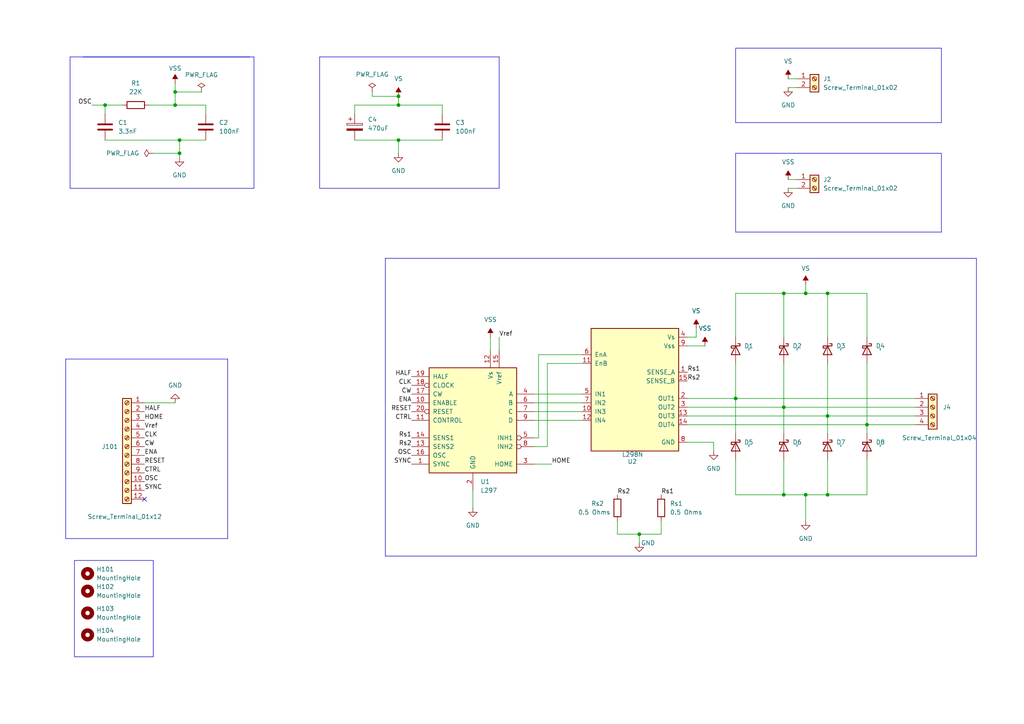
<source format=kicad_sch>
(kicad_sch (version 20230121) (generator eeschema)
  (paper "A4")
  (title_block (title "Two Phase Bipolar Stepper Motor") (date "2024-02-09") (rev "REV1") (company "Prince Lee "))
  (lib_symbols
    (symbol "Connector:Screw_Terminal_01x02" (pin_names (offset 1.016) hide)
      (property "Reference" "J" (at 0 2.54 0))
      (property "Value" "Screw_Terminal_01x02" (at 0 -5.08 0))
      (symbol "Screw_Terminal_01x02_1_1"
        (rectangle (start -1.27 1.27) (end 1.27 -3.81) (stroke (width 0.254)) (fill (type background)))
        (circle (center 0 -2.54) (radius 0.635) (stroke (width 0.1524)))
        (polyline (pts (xy -0.5334 -2.2098) (xy 0.3302 -3.048)) (stroke (width 0.1524)))
        (polyline (pts (xy -0.5334 0.3302) (xy 0.3302 -0.508)) (stroke (width 0.1524)))
        (polyline (pts (xy -0.3556 -2.032) (xy 0.508 -2.8702)) (stroke (width 0.1524)))
        (polyline (pts (xy -0.3556 0.508) (xy 0.508 -0.3302)) (stroke (width 0.1524)))
        (circle (center 0 0) (radius 0.635) (stroke (width 0.1524)))
        (pin passive line (at -5.08 0 0) (length 3.81) (name "Pin_1") (number "1"))
        (pin passive line (at -5.08 -2.54 0) (length 3.81) (name "Pin_2") (number "2"))
      )
    )
    (symbol "Connector:Screw_Terminal_01x04" (pin_names (offset 1.016) hide)
      (property "Reference" "J" (at 0 5.08 0))
      (property "Value" "Screw_Terminal_01x04" (at 0 -7.62 0))
      (symbol "Screw_Terminal_01x04_1_1"
        (rectangle (start -1.27 3.81) (end 1.27 -6.35) (stroke (width 0.254)) (fill (type background)))
        (circle (center 0 -5.08) (radius 0.635) (stroke (width 0.1524)))
        (circle (center 0 -2.54) (radius 0.635) (stroke (width 0.1524)))
        (polyline (pts (xy -0.5334 -4.7498) (xy 0.3302 -5.588)) (stroke (width 0.1524)))
        (polyline (pts (xy -0.5334 -2.2098) (xy 0.3302 -3.048)) (stroke (width 0.1524)))
        (polyline (pts (xy -0.5334 0.3302) (xy 0.3302 -0.508)) (stroke (width 0.1524)))
        (polyline (pts (xy -0.5334 2.8702) (xy 0.3302 2.032)) (stroke (width 0.1524)))
        (polyline (pts (xy -0.3556 -4.572) (xy 0.508 -5.4102)) (stroke (width 0.1524)))
        (polyline (pts (xy -0.3556 -2.032) (xy 0.508 -2.8702)) (stroke (width 0.1524)))
        (polyline (pts (xy -0.3556 0.508) (xy 0.508 -0.3302)) (stroke (width 0.1524)))
        (polyline (pts (xy -0.3556 3.048) (xy 0.508 2.2098)) (stroke (width 0.1524)))
        (circle (center 0 0) (radius 0.635) (stroke (width 0.1524)))
        (circle (center 0 2.54) (radius 0.635) (stroke (width 0.1524)))
        (pin passive line (at -5.08 2.54 0) (length 3.81) (name "Pin_1") (number "1"))
        (pin passive line (at -5.08 0 0) (length 3.81) (name "Pin_2") (number "2"))
        (pin passive line (at -5.08 -2.54 0) (length 3.81) (name "Pin_3") (number "3"))
        (pin passive line (at -5.08 -5.08 0) (length 3.81) (name "Pin_4") (number "4"))
      )
    )
    (symbol "Connector:Screw_Terminal_01x12" (pin_names (offset 1.016) hide)
      (property "Reference" "J" (at 0 15.24 0))
      (property "Value" "Screw_Terminal_01x12" (at 0 -17.78 0))
      (symbol "Screw_Terminal_01x12_1_1"
        (rectangle (start -1.27 13.97) (end 1.27 -16.51) (stroke (width 0.254)) (fill (type background)))
        (circle (center 0 -15.24) (radius 0.635) (stroke (width 0.1524)))
        (circle (center 0 -12.7) (radius 0.635) (stroke (width 0.1524)))
        (circle (center 0 -10.16) (radius 0.635) (stroke (width 0.1524)))
        (circle (center 0 -7.62) (radius 0.635) (stroke (width 0.1524)))
        (circle (center 0 -5.08) (radius 0.635) (stroke (width 0.1524)))
        (circle (center 0 -2.54) (radius 0.635) (stroke (width 0.1524)))
        (polyline (pts (xy -0.5334 -14.9098) (xy 0.3302 -15.748)) (stroke (width 0.1524)))
        (polyline (pts (xy -0.5334 -12.3698) (xy 0.3302 -13.208)) (stroke (width 0.1524)))
        (polyline (pts (xy -0.5334 -9.8298) (xy 0.3302 -10.668)) (stroke (width 0.1524)))
        (polyline (pts (xy -0.5334 -7.2898) (xy 0.3302 -8.128)) (stroke (width 0.1524)))
        (polyline (pts (xy -0.5334 -4.7498) (xy 0.3302 -5.588)) (stroke (width 0.1524)))
        (polyline (pts (xy -0.5334 -2.2098) (xy 0.3302 -3.048)) (stroke (width 0.1524)))
        (polyline (pts (xy -0.5334 0.3302) (xy 0.3302 -0.508)) (stroke (width 0.1524)))
        (polyline (pts (xy -0.5334 2.8702) (xy 0.3302 2.032)) (stroke (width 0.1524)))
        (polyline (pts (xy -0.5334 5.4102) (xy 0.3302 4.572)) (stroke (width 0.1524)))
        (polyline (pts (xy -0.5334 7.9502) (xy 0.3302 7.112)) (stroke (width 0.1524)))
        (polyline (pts (xy -0.5334 10.4902) (xy 0.3302 9.652)) (stroke (width 0.1524)))
        (polyline (pts (xy -0.5334 13.0302) (xy 0.3302 12.192)) (stroke (width 0.1524)))
        (polyline (pts (xy -0.3556 -14.732) (xy 0.508 -15.5702)) (stroke (width 0.1524)))
        (polyline (pts (xy -0.3556 -12.192) (xy 0.508 -13.0302)) (stroke (width 0.1524)))
        (polyline (pts (xy -0.3556 -9.652) (xy 0.508 -10.4902)) (stroke (width 0.1524)))
        (polyline (pts (xy -0.3556 -7.112) (xy 0.508 -7.9502)) (stroke (width 0.1524)))
        (polyline (pts (xy -0.3556 -4.572) (xy 0.508 -5.4102)) (stroke (width 0.1524)))
        (polyline (pts (xy -0.3556 -2.032) (xy 0.508 -2.8702)) (stroke (width 0.1524)))
        (polyline (pts (xy -0.3556 0.508) (xy 0.508 -0.3302)) (stroke (width 0.1524)))
        (polyline (pts (xy -0.3556 3.048) (xy 0.508 2.2098)) (stroke (width 0.1524)))
        (polyline (pts (xy -0.3556 5.588) (xy 0.508 4.7498)) (stroke (width 0.1524)))
        (polyline (pts (xy -0.3556 8.128) (xy 0.508 7.2898)) (stroke (width 0.1524)))
        (polyline (pts (xy -0.3556 10.668) (xy 0.508 9.8298)) (stroke (width 0.1524)))
        (polyline (pts (xy -0.3556 13.208) (xy 0.508 12.3698)) (stroke (width 0.1524)))
        (circle (center 0 0) (radius 0.635) (stroke (width 0.1524)))
        (circle (center 0 2.54) (radius 0.635) (stroke (width 0.1524)))
        (circle (center 0 5.08) (radius 0.635) (stroke (width 0.1524)))
        (circle (center 0 7.62) (radius 0.635) (stroke (width 0.1524)))
        (circle (center 0 10.16) (radius 0.635) (stroke (width 0.1524)))
        (circle (center 0 12.7) (radius 0.635) (stroke (width 0.1524)))
        (pin passive line (at -5.08 12.7 0) (length 3.81) (name "Pin_1") (number "1"))
        (pin passive line (at -5.08 -10.16 0) (length 3.81) (name "Pin_10") (number "10"))
        (pin passive line (at -5.08 -12.7 0) (length 3.81) (name "Pin_11") (number "11"))
        (pin passive line (at -5.08 -15.24 0) (length 3.81) (name "Pin_12") (number "12"))
        (pin passive line (at -5.08 10.16 0) (length 3.81) (name "Pin_2") (number "2"))
        (pin passive line (at -5.08 7.62 0) (length 3.81) (name "Pin_3") (number "3"))
        (pin passive line (at -5.08 5.08 0) (length 3.81) (name "Pin_4") (number "4"))
        (pin passive line (at -5.08 2.54 0) (length 3.81) (name "Pin_5") (number "5"))
        (pin passive line (at -5.08 0 0) (length 3.81) (name "Pin_6") (number "6"))
        (pin passive line (at -5.08 -2.54 0) (length 3.81) (name "Pin_7") (number "7"))
        (pin passive line (at -5.08 -5.08 0) (length 3.81) (name "Pin_8") (number "8"))
        (pin passive line (at -5.08 -7.62 0) (length 3.81) (name "Pin_9") (number "9"))
      )
    )
    (symbol "Device:C" (pin_numbers hide) (pin_names (offset 0.254))
      (property "Reference" "C" (at 0.635 2.54 0))
      (property "Value" "C" (at 0.635 -2.54 0))
      (symbol "C_0_1"
        (polyline (pts (xy -2.032 -0.762) (xy 2.032 -0.762)) (stroke (width 0.508)))
        (polyline (pts (xy -2.032 0.762) (xy 2.032 0.762)) (stroke (width 0.508)))
      )
      (symbol "C_1_1"
        (pin passive line (at 0 3.81 270) (length 2.794) (name "~") (number "1"))
        (pin passive line (at 0 -3.81 90) (length 2.794) (name "~") (number "2"))
      )
    )
    (symbol "Device:C_Polarized" (pin_numbers hide) (pin_names (offset 0.254))
      (property "Reference" "C" (at 0.635 2.54 0))
      (property "Value" "C_Polarized" (at 0.635 -2.54 0))
      (symbol "C_Polarized_0_1"
        (rectangle (start -2.286 0.508) (end 2.286 1.016))
        (polyline (pts (xy -1.778 2.286) (xy -0.762 2.286)))
        (polyline (pts (xy -1.27 2.794) (xy -1.27 1.778)))
        (rectangle (start 2.286 -0.508) (end -2.286 -1.016) (fill (type outline)))
      )
      (symbol "C_Polarized_1_1"
        (pin passive line (at 0 3.81 270) (length 2.794) (name "~") (number "1"))
        (pin passive line (at 0 -3.81 90) (length 2.794) (name "~") (number "2"))
      )
    )
    (symbol "Device:R" (pin_numbers hide) (pin_names (offset 0))
      (property "Reference" "R" (at 2.032 0 90))
      (property "Value" "R" (at 0 0 90))
      (symbol "R_0_1"
        (rectangle (start -1.016 -2.54) (end 1.016 2.54) (stroke (width 0.254)))
      )
      (symbol "R_1_1"
        (pin passive line (at 0 3.81 270) (length 1.27) (name "~") (number "1"))
        (pin passive line (at 0 -3.81 90) (length 1.27) (name "~") (number "2"))
      )
    )
    (symbol "Diode:1N5711" (pin_numbers hide) (pin_names (offset 1.016) hide)
      (property "Reference" "D" (at 0 2.54 0))
      (property "Value" "1N5711" (at 0 -2.54 0))
      (symbol "1N5711_0_1"
        (polyline (pts (xy 1.27 0) (xy -1.27 0)))
        (polyline (pts (xy 1.27 1.27) (xy 1.27 -1.27) (xy -1.27 0) (xy 1.27 1.27)) (stroke (width 0.254)))
        (polyline (pts (xy -1.905 0.635) (xy -1.905 1.27) (xy -1.27 1.27) (xy -1.27 -1.27) (xy -0.635 -1.27) (xy -0.635 -0.635)) (stroke (width 0.254)))
      )
      (symbol "1N5711_1_1"
        (pin passive line (at -3.81 0 0) (length 2.54) (name "K") (number "1"))
        (pin passive line (at 3.81 0 180) (length 2.54) (name "A") (number "2"))
      )
    )
    (symbol "Driver_Motor:L297" (pin_names (offset 1.016))
      (property "Reference" "U" (at -6.35 19.05 0))
      (property "Value" "L297" (at -6.35 16.51 0))
      (symbol "L297_0_1"
        (rectangle (start -12.7 15.24) (end 12.7 -15.24) (stroke (width 0.254)) (fill (type background)))
      )
      (symbol "L297_1_0"
        (pin input line (at -17.78 0 0) (length 5.08) (name "CONTROL") (number "11"))
        (pin power_in line (at 5.08 20.32 270) (length 5.08) (name "Vs") (number "12"))
        (pin input line (at -17.78 -7.62 0) (length 5.08) (name "SENS2") (number "13"))
        (pin input line (at -17.78 -5.08 0) (length 5.08) (name "SENS1") (number "14"))
        (pin input line (at 7.62 20.32 270) (length 5.08) (name "Vref") (number "15"))
        (pin input line (at -17.78 -10.16 0) (length 5.08) (name "OSC") (number "16"))
        (pin input line (at -17.78 7.62 0) (length 5.08) (name "CW") (number "17"))
        (pin input inverted (at -17.78 10.16 0) (length 5.08) (name "CLOCK") (number "18"))
        (pin input line (at -17.78 12.7 0) (length 5.08) (name "HALF") (number "19"))
        (pin input inverted (at -17.78 2.54 0) (length 5.08) (name "RESET") (number "20"))
      )
      (symbol "L297_1_1"
        (pin bidirectional line (at -17.78 -12.7 0) (length 5.08) (name "SYNC") (number "1"))
        (pin input line (at -17.78 5.08 0) (length 5.08) (name "ENABLE") (number "10"))
        (pin power_in line (at 0 -20.32 90) (length 5.08) (name "GND") (number "2"))
        (pin open_collector line (at 17.78 -12.7 180) (length 5.08) (name "HOME") (number "3"))
        (pin output line (at 17.78 7.62 180) (length 5.08) (name "A") (number "4"))
        (pin output inverted (at 17.78 -5.08 180) (length 5.08) (name "INH1") (number "5"))
        (pin output line (at 17.78 5.08 180) (length 5.08) (name "B") (number "6"))
        (pin output line (at 17.78 2.54 180) (length 5.08) (name "C") (number "7"))
        (pin output inverted (at 17.78 -7.62 180) (length 5.08) (name "INH2") (number "8"))
        (pin output line (at 17.78 0 180) (length 5.08) (name "D") (number "9"))
      )
    )
    (symbol "Driver_Motor:L298N" (pin_names (offset 1.016))
      (property "Reference" "U2" (at 0.635 -23.368 0))
      (property "Value" "L298N" (at 2.413 -21.336 0))
      (symbol "L298N_0_1"
        (rectangle (start -12.7 15.24) (end 12.7 -20.32) (stroke (width 0.254)) (fill (type background)))
      )
      (symbol "L298N_1_1"
        (pin passive line (at 15.24 2.54 180) (length 2.54) (name "SENSE_A") (number "1"))
        (pin input line (at -15.24 -8.89 0) (length 2.54) (name "IN3") (number "10"))
        (pin input line (at -15.24 5.08 0) (length 2.54) (name "EnB") (number "11"))
        (pin input line (at -15.24 -11.43 0) (length 2.54) (name "IN4") (number "12"))
        (pin output line (at 15.24 -10.16 180) (length 2.54) (name "OUT3") (number "13"))
        (pin output line (at 15.24 -12.7 180) (length 2.54) (name "OUT4") (number "14"))
        (pin passive line (at 15.24 0 180) (length 2.54) (name "SENSE_B") (number "15"))
        (pin output line (at 15.24 -5.08 180) (length 2.54) (name "OUT1") (number "2"))
        (pin output line (at 15.24 -7.62 180) (length 2.54) (name "OUT2") (number "3"))
        (pin power_in line (at 15.24 12.7 180) (length 2.54) (name "Vs") (number "4"))
        (pin input line (at -15.24 -3.81 0) (length 2.54) (name "IN1") (number "5"))
        (pin input line (at -15.24 7.62 0) (length 2.54) (name "EnA") (number "6"))
        (pin input line (at -15.24 -6.35 0) (length 2.54) (name "IN2") (number "7"))
        (pin power_in line (at 15.24 -17.78 180) (length 2.54) (name "GND") (number "8"))
        (pin power_in line (at 15.24 10.16 180) (length 2.54) (name "Vss") (number "9"))
      )
    )
    (symbol "Mechanical:MountingHole" (pin_names (offset 1.016))
      (property "Reference" "H" (at 0 5.08 0))
      (property "Value" "MountingHole" (at 0 3.175 0))
      (symbol "MountingHole_0_1"
        (circle (center 0 0) (radius 1.27) (stroke (width 1.27)))
      )
    )
    (symbol "power:GND" (power) (pin_names (offset 0))
      (property "Value" "GND" (at 0 -3.81 0))
      (symbol "GND_0_1"
        (polyline (pts (xy 0 0) (xy 0 -1.27) (xy 1.27 -1.27) (xy 0 -2.54) (xy -1.27 -1.27) (xy 0 -1.27)))
      )
      (symbol "GND_1_1"
        (pin power_in line (at 0 0 270) (length 0) hide (name "GND") (number "1"))
      )
    )
    (symbol "power:PWR_FLAG" (power) (pin_numbers hide) (pin_names (offset 0) hide)
      (property "Value" "PWR_FLAG" (at 0 3.81 0))
      (symbol "PWR_FLAG_0_0"
        (pin power_out line (at 0 0 90) (length 0) (name "pwr") (number "1"))
      )
      (symbol "PWR_FLAG_0_1"
        (polyline (pts (xy 0 0) (xy 0 1.27) (xy -1.016 1.905) (xy 0 2.54) (xy 1.016 1.905) (xy 0 1.27)))
      )
    )
    (symbol "power:VS" (power) (pin_names (offset 0))
      (property "Value" "VS" (at 0 3.81 0))
      (symbol "VS_0_1"
        (polyline (pts (xy 0 0) (xy 0 2.54)))
        (polyline (pts (xy 0.762 1.27) (xy -0.762 1.27) (xy 0 2.54) (xy 0.762 1.27)) (fill (type outline)))
      )
      (symbol "VS_1_1"
        (pin power_in line (at 0 0 90) (length 0) hide (name "VS") (number "1"))
      )
    )
    (symbol "power:VSS" (power) (pin_names (offset 0))
      (property "Value" "VSS" (at 0 3.81 0))
      (symbol "VSS_0_1"
        (polyline (pts (xy 0 0) (xy 0 2.54)))
        (polyline (pts (xy 0.762 1.27) (xy -0.762 1.27) (xy 0 2.54) (xy 0.762 1.27)) (fill (type outline)))
      )
      (symbol "VSS_1_1"
        (pin power_in line (at 0 0 90) (length 0) hide (name "VSS") (number "1"))
      )
    )
  )
  (junction (at 240.03 143.51))
  (junction (at 251.46 123.19))
  (junction (at 227.33 118.11))
  (junction (at 233.68 85.09))
  (junction (at 233.68 143.51))
  (junction (at 115.57 30.48))
  (junction (at 52.07 40.64))
  (junction (at 240.03 120.65))
  (junction (at 52.07 44.45))
  (junction (at 115.57 27.94))
  (junction (at 30.48 30.48))
  (junction (at 227.33 143.51))
  (junction (at 213.36 115.57))
  (junction (at 185.42 154.94))
  (junction (at 50.8 30.48))
  (junction (at 50.8 26.67))
  (junction (at 240.03 85.09))
  (junction (at 115.57 40.64))
  (junction (at 227.33 85.09))
  (no_connect (at 41.91 144.78))
  (wire (pts (xy 240.03 120.65) (xy 265.43 120.65)))
  (wire (pts (xy 227.33 85.09) (xy 233.68 85.09)))
  (wire (pts (xy 115.57 40.64) (xy 115.57 44.45)))
  (wire (pts (xy 251.46 105.41) (xy 251.46 123.19)))
  (polyline (pts (xy 66.04 104.14) (xy 66.04 156.21)))
  (wire (pts (xy 213.36 143.51) (xy 227.33 143.51)))
  (polyline (pts (xy 273.05 67.31) (xy 213.36 67.31)) (stroke (width 0) (type solid)))
  (wire (pts (xy 240.03 85.09) (xy 240.03 97.79)))
  (wire (pts (xy 233.68 143.51) (xy 233.68 151.13)))
  (polyline (pts (xy 213.36 44.45) (xy 273.05 44.45)) (stroke (width 0) (type solid)))
  (wire (pts (xy 233.68 143.51) (xy 240.03 143.51)))
  (wire (pts (xy 251.46 123.19) (xy 265.43 123.19)))
  (wire (pts (xy 158.75 105.41) (xy 168.91 105.41)))
  (polyline (pts (xy 111.76 74.93) (xy 283.21 74.93)))
  (wire (pts (xy 240.03 85.09) (xy 251.46 85.09)))
  (wire (pts (xy 251.46 133.35) (xy 251.46 143.51)))
  (wire (pts (xy 115.57 40.64) (xy 128.27 40.64)))
  (wire (pts (xy 185.42 154.94) (xy 185.42 157.48)))
  (polyline (pts (xy 273.05 35.56) (xy 213.36 35.56)) (stroke (width 0) (type solid)))
  (polyline (pts (xy 20.32 16.51) (xy 72.39 16.51)))
  (wire (pts (xy 158.75 129.54) (xy 158.75 105.41)))
  (wire (pts (xy 213.36 133.35) (xy 213.36 143.51)))
  (wire (pts (xy 154.94 129.54) (xy 158.75 129.54)))
  (polyline (pts (xy 283.21 161.29) (xy 111.76 161.29)))
  (polyline (pts (xy 144.78 54.61) (xy 92.71 54.61)))
  (wire (pts (xy 50.8 24.13) (xy 50.8 26.67)))
  (wire (pts (xy 154.94 127) (xy 156.21 127)))
  (wire (pts (xy 240.03 105.41) (xy 240.03 120.65)))
  (wire (pts (xy 199.39 115.57) (xy 213.36 115.57)))
  (wire (pts (xy 213.36 97.79) (xy 213.36 85.09)))
  (wire (pts (xy 213.36 105.41) (xy 213.36 115.57)))
  (wire (pts (xy 240.03 143.51) (xy 251.46 143.51)))
  (wire (pts (xy 240.03 120.65) (xy 240.03 125.73)))
  (wire (pts (xy 251.46 123.19) (xy 251.46 125.73)))
  (wire (pts (xy 30.48 30.48) (xy 30.48 33.02)))
  (wire (pts (xy 52.07 44.45) (xy 52.07 45.72)))
  (wire (pts (xy 213.36 115.57) (xy 265.43 115.57)))
  (wire (pts (xy 228.6 52.07) (xy 231.14 52.07)))
  (wire (pts (xy 199.39 120.65) (xy 240.03 120.65)))
  (wire (pts (xy 251.46 85.09) (xy 251.46 97.79)))
  (wire (pts (xy 233.68 85.09) (xy 240.03 85.09)))
  (polyline (pts (xy 24.13 16.51) (xy 73.66 16.51)))
  (wire (pts (xy 213.36 115.57) (xy 213.36 125.73)))
  (wire (pts (xy 137.16 142.24) (xy 137.16 147.32)))
  (wire (pts (xy 154.94 119.38) (xy 168.91 119.38)))
  (polyline (pts (xy 20.32 54.61) (xy 20.32 16.51)))
  (wire (pts (xy 233.68 82.55) (xy 233.68 85.09)))
  (polyline (pts (xy 19.05 104.14) (xy 66.04 104.14)))
  (wire (pts (xy 44.45 44.45) (xy 52.07 44.45)))
  (wire (pts (xy 107.95 27.94) (xy 115.57 27.94)))
  (wire (pts (xy 52.07 40.64) (xy 59.69 40.64)))
  (polyline (pts (xy 213.36 13.97) (xy 273.05 13.97)) (stroke (width 0) (type solid)))
  (wire (pts (xy 102.87 40.64) (xy 115.57 40.64)))
  (wire (pts (xy 227.33 143.51) (xy 233.68 143.51)))
  (polyline (pts (xy 213.36 13.97) (xy 213.36 35.56)) (stroke (width 0) (type solid)))
  (wire (pts (xy 154.94 116.84) (xy 168.91 116.84)))
  (wire (pts (xy 199.39 123.19) (xy 251.46 123.19)))
  (wire (pts (xy 144.78 97.79) (xy 144.78 101.6)))
  (wire (pts (xy 227.33 118.11) (xy 227.33 125.73)))
  (wire (pts (xy 50.8 26.67) (xy 58.42 26.67)))
  (wire (pts (xy 102.87 33.02) (xy 102.87 30.48)))
  (wire (pts (xy 43.18 30.48) (xy 50.8 30.48)))
  (wire (pts (xy 50.8 30.48) (xy 59.69 30.48)))
  (wire (pts (xy 179.07 151.13) (xy 179.07 154.94)))
  (polyline (pts (xy 66.04 156.21) (xy 19.05 156.21)))
  (wire (pts (xy 228.6 25.4) (xy 231.14 25.4)))
  (wire (pts (xy 59.69 33.02) (xy 59.69 30.48)))
  (wire (pts (xy 154.94 114.3) (xy 168.91 114.3)))
  (polyline (pts (xy 73.66 16.51) (xy 73.66 54.61)))
  (wire (pts (xy 102.87 30.48) (xy 115.57 30.48)))
  (wire (pts (xy 207.01 128.27) (xy 207.01 130.81)))
  (polyline (pts (xy 144.78 16.51) (xy 144.78 54.61)))
  (wire (pts (xy 227.33 85.09) (xy 227.33 97.79)))
  (wire (pts (xy 199.39 118.11) (xy 227.33 118.11)))
  (wire (pts (xy 199.39 100.33) (xy 204.47 100.33)))
  (wire (pts (xy 227.33 105.41) (xy 227.33 118.11)))
  (polyline (pts (xy 73.66 54.61) (xy 20.32 54.61)))
  (wire (pts (xy 41.91 116.84) (xy 50.8 116.84)))
  (wire (pts (xy 107.95 26.67) (xy 107.95 27.94)))
  (polyline (pts (xy 273.05 44.45) (xy 273.05 67.31)) (stroke (width 0) (type solid)))
  (wire (pts (xy 201.93 97.79) (xy 201.93 95.25)))
  (wire (pts (xy 128.27 33.02) (xy 128.27 30.48)))
  (polyline (pts (xy 92.71 16.51) (xy 144.78 16.51)))
  (polyline (pts (xy 19.05 104.14) (xy 19.05 156.21)))
  (wire (pts (xy 154.94 134.62) (xy 160.02 134.62)))
  (wire (pts (xy 30.48 40.64) (xy 52.07 40.64)))
  (wire (pts (xy 179.07 154.94) (xy 185.42 154.94)))
  (polyline (pts (xy 213.36 44.45) (xy 213.36 67.31)) (stroke (width 0) (type solid)))
  (wire (pts (xy 240.03 133.35) (xy 240.03 143.51)))
  (polyline (pts (xy 92.71 16.51) (xy 92.71 54.61)))
  (wire (pts (xy 199.39 128.27) (xy 207.01 128.27)))
  (polyline (pts (xy 283.21 74.93) (xy 283.21 161.29)))
  (wire (pts (xy 142.24 97.79) (xy 142.24 101.6)))
  (wire (pts (xy 191.77 151.13) (xy 191.77 154.94)))
  (polyline (pts (xy 111.76 74.93) (xy 111.76 161.29)))
  (wire (pts (xy 154.94 121.92) (xy 168.91 121.92)))
  (wire (pts (xy 227.33 133.35) (xy 227.33 143.51)))
  (wire (pts (xy 35.56 30.48) (xy 30.48 30.48)))
  (wire (pts (xy 52.07 40.64) (xy 52.07 44.45)))
  (polyline (pts (xy 273.05 13.97) (xy 273.05 35.56)) (stroke (width 0) (type solid)))
  (wire (pts (xy 228.6 22.86) (xy 231.14 22.86)))
  (wire (pts (xy 50.8 26.67) (xy 50.8 30.48)))
  (wire (pts (xy 115.57 27.94) (xy 115.57 30.48)))
  (wire (pts (xy 185.42 154.94) (xy 191.77 154.94)))
  (wire (pts (xy 156.21 102.87) (xy 168.91 102.87)))
  (wire (pts (xy 26.67 30.48) (xy 30.48 30.48)))
  (wire (pts (xy 227.33 118.11) (xy 265.43 118.11)))
  (wire (pts (xy 228.6 54.61) (xy 231.14 54.61)))
  (wire (pts (xy 156.21 127) (xy 156.21 102.87)))
  (wire (pts (xy 115.57 30.48) (xy 128.27 30.48)))
  (wire (pts (xy 199.39 97.79) (xy 201.93 97.79)))
  (wire (pts (xy 213.36 85.09) (xy 227.33 85.09)))
  (rectangle (start 21.59 162.56) (end 44.45 190.5))
  (label "Vref" (at 41.91 124.46 0))
  (label "OSC" (at 119.38 132.08 180))
  (label "Rs1" (at 191.77 143.51 0))
  (label "HALF" (at 41.91 119.38 0))
  (label "HOME" (at 160.02 134.62 0))
  (label "Rs2" (at 199.39 110.49 0))
  (label "HALF" (at 119.38 109.22 180))
  (label "CLK" (at 119.38 111.76 180))
  (label "OSC" (at 26.67 30.48 180))
  (label "Rs2" (at 179.07 143.51 0))
  (label "SYNC" (at 41.91 142.24 0))
  (label "CTRL" (at 119.38 121.92 180))
  (label "ENA" (at 119.38 116.84 180))
  (label "CTRL" (at 41.91 137.16 0))
  (label "Rs1" (at 119.38 127 180))
  (label "HOME" (at 41.91 121.92 0))
  (label "Rs1" (at 199.39 107.95 0))
  (label "Vref" (at 144.78 97.79 0))
  (label "SYNC" (at 119.38 134.62 180))
  (label "ENA" (at 41.91 132.08 0))
  (label "RESET" (at 41.91 134.62 0))
  (label "CW" (at 119.38 114.3 180))
  (label "CW" (at 41.91 129.54 0))
  (label "OSC" (at 41.91 139.7 0))
  (label "RESET" (at 119.38 119.38 180))
  (label "CLK" (at 41.91 127 0))
  (label "Rs2" (at 119.38 129.54 180))
  (symbol (lib_id "Diode:1N5711") (at 251.46 129.54 270) (unit 1)
    (property "Reference" "D8" (at 254 128.27 90) (effects (justify left)))
    (property "Value" "~" (at 255.27 129.2225 0))
    (property "Footprint" "Diode_THT:D_DO-27_P15.24mm_Horizontal" (effects hide))
    (property "Datasheet" "https://www.microsemi.com/document-portal/doc_download/8865-lds-0040-datasheet" (effects hide))
  )
  (symbol (lib_id "Diode:1N5711") (at 240.03 101.6 270) (unit 1)
    (property "Reference" "D3" (at 242.57 100.33 90) (effects (justify left)))
    (property "Value" "~" (at 243.84 101.2825 0))
    (property "Footprint" "Diode_THT:D_DO-27_P15.24mm_Horizontal" (effects hide))
    (property "Datasheet" "https://www.microsemi.com/document-portal/doc_download/8865-lds-0040-datasheet" (effects hide))
  )
  (symbol (lib_id "power:GND") (at 207.01 130.81 0) (unit 1)
    (property "Reference" "#PWR0107" (effects hide))
    (property "Value" "GND" (at 207.01 135.89 0))
  )
  (symbol (lib_id "power:GND") (at 228.6 54.61 0) (unit 1)
    (property "Reference" "#PWR0119" (effects hide))
    (property "Value" "GND" (at 228.6 59.69 0))
  )
  (symbol (lib_id "power:VS") (at 228.6 22.86 0) (unit 1)
    (property "Reference" "#PWR0118" (effects hide))
    (property "Value" "VS" (at 228.6 17.78 0))
  )
  (symbol (lib_id "power:PWR_FLAG") (at 107.95 26.67 0) (unit 1)
    (property "Reference" "#FLG0101" (effects hide))
    (property "Value" "PWR_FLAG" (at 107.95 21.59 0))
  )
  (symbol (lib_id "power:GND") (at 137.16 147.32 0) (unit 1)
    (property "Reference" "#PWR0111" (effects hide))
    (property "Value" "GND" (at 137.16 152.4 0))
  )
  (symbol (lib_id "power:GND") (at 115.57 44.45 0) (unit 1)
    (property "Reference" "#PWR0113" (effects hide))
    (property "Value" "GND" (at 115.57 49.53 0))
  )
  (symbol (lib_id "power:GND") (at 228.6 25.4 0) (unit 1)
    (property "Reference" "#PWR0105" (effects hide))
    (property "Value" "GND" (at 228.6 30.48 0))
  )
  (symbol (lib_id "power:PWR_FLAG") (at 44.45 44.45 90) (unit 1)
    (property "Reference" "#FLG0102" (effects hide))
    (property "Value" "PWR_FLAG" (at 40.386 44.45 90) (effects (justify left)))
  )
  (symbol (lib_id "Device:C") (at 128.27 36.83 180) (unit 1)
    (property "Reference" "C3" (at 132.08 35.56 0) (effects (justify right)))
    (property "Value" "100nF" (at 132.08 38.1 0) (effects (justify right)))
    (property "Footprint" "Capacitor_THT:C_Rect_L7.5mm_W6.5mm_P5.00mm" (effects hide))
  )
  (symbol (lib_id "Diode:1N5711") (at 240.03 129.54 270) (unit 1)
    (property "Reference" "D7" (at 242.57 128.27 90) (effects (justify left)))
    (property "Value" "~" (at 243.84 129.2225 0))
    (property "Footprint" "Diode_THT:D_DO-27_P15.24mm_Horizontal" (effects hide))
    (property "Datasheet" "https://www.microsemi.com/document-portal/doc_download/8865-lds-0040-datasheet" (effects hide))
  )
  (symbol (lib_id "power:GND") (at 185.42 157.48 0) (unit 1)
    (property "Reference" "#PWR0102" (effects hide))
    (property "Value" "GND" (at 187.96 157.48 0))
  )
  (symbol (lib_id "power:VSS") (at 142.24 97.79 0) (unit 1)
    (property "Reference" "#PWR0108" (effects hide))
    (property "Value" "VSS" (at 142.24 92.71 0))
  )
  (symbol (lib_id "power:GND") (at 50.8 116.84 180) (unit 1)
    (property "Reference" "#PWR0106" (effects hide))
    (property "Value" "GND" (at 50.8 111.76 0))
  )
  (symbol (lib_id "Device:C") (at 59.69 36.83 0) (unit 1)
    (property "Reference" "C2" (at 63.5 35.56 0) (effects (justify left)))
    (property "Value" "100nF" (at 63.5 38.1 0) (effects (justify left)))
    (property "Footprint" "Capacitor_THT:C_Rect_L7.5mm_W6.5mm_P5.00mm" (effects hide))
  )
  (symbol (lib_id "Connector:Screw_Terminal_01x12") (at 36.83 129.54 0) (mirror y) (unit 1)
    (property "Reference" "J101" (at 34.29 129.54 0) (effects (justify left)))
    (property "Value" "Screw_Terminal_01x12" (at 46.99 149.86 0) (effects (justify left)))
    (property "Footprint" "TerminalBlock_Phoenix:TerminalBlock_Phoenix_MKDS-1,5-12_1x12_P5.00mm_Horizontal" (effects hide))
  )
  (symbol (lib_id "Diode:1N5711") (at 227.33 101.6 270) (unit 1)
    (property "Reference" "D2" (at 229.87 100.33 90) (effects (justify left)))
    (property "Value" "~" (at 231.14 101.2825 0))
    (property "Footprint" "Diode_THT:D_DO-27_P15.24mm_Horizontal" (effects hide))
    (property "Datasheet" "https://www.microsemi.com/document-portal/doc_download/8865-lds-0040-datasheet" (effects hide))
  )
  (symbol (lib_id "power:VSS") (at 50.8 24.13 0) (unit 1)
    (property "Reference" "#PWR0104" (effects hide))
    (property "Value" "VSS" (at 50.8 19.812 0))
  )
  (symbol (lib_id "Connector:Screw_Terminal_01x02") (at 236.22 52.07 0) (unit 1)
    (property "Reference" "J2" (at 238.76 52.07 0) (effects (justify left)))
    (property "Value" "Screw_Terminal_01x02" (at 238.76 54.61 0) (effects (justify left)))
    (property "Footprint" "TerminalBlock_Phoenix:TerminalBlock_Phoenix_MKDS-1,5-2-5.08_1x02_P5.08mm_Horizontal" (effects hide))
  )
  (symbol (lib_id "Device:C_Polarized") (at 102.87 36.83 0) (unit 1)
    (property "Reference" "C4" (at 106.68 34.671 0) (effects (justify left)))
    (property "Value" "470uF" (at 106.68 37.211 0) (effects (justify left)))
    (property "Footprint" "Capacitor_THT:CP_Radial_D13.0mm_P5.00mm" (effects hide))
  )
  (symbol (lib_id "Diode:1N5711") (at 213.36 101.6 270) (unit 1)
    (property "Reference" "D1" (at 217.17 100.33 90))
    (property "Value" "~" (at 217.17 101.2825 0))
    (property "Footprint" "Diode_THT:D_DO-27_P15.24mm_Horizontal" (effects hide))
    (property "Datasheet" "https://www.microsemi.com/document-portal/doc_download/8865-lds-0040-datasheet" (effects hide))
  )
  (symbol (lib_id "Mechanical:MountingHole") (at 25.4 177.8 0) (unit 1)
    (property "Reference" "H103" (at 27.94 176.53 0) (effects (justify left)))
    (property "Value" "MountingHole" (at 27.94 179.07 0) (effects (justify left)))
    (property "Footprint" "MountingHole:MountingHole_2.5mm" (effects hide))
  )
  (symbol (lib_id "power:GND") (at 233.68 151.13 0) (unit 1)
    (property "Reference" "#PWR0112" (effects hide))
    (property "Value" "GND" (at 233.68 156.21 0))
  )
  (symbol (lib_id "Device:R") (at 191.77 147.32 180) (unit 1)
    (property "Reference" "Rs1" (at 194.31 146.05 0) (effects (justify right)))
    (property "Value" "0.5 Ohms" (at 194.31 148.59 0) (effects (justify right)))
    (property "Footprint" "Resistor_THT:R_Axial_DIN0414_L11.9mm_D4.5mm_P15.24mm_Horizontal" (effects hide))
  )
  (symbol (lib_id "Diode:1N5711") (at 251.46 101.6 270) (unit 1)
    (property "Reference" "D4" (at 254 100.33 90) (effects (justify left)))
    (property "Value" "~" (at 255.27 101.2825 0))
    (property "Footprint" "Diode_THT:D_DO-27_P15.24mm_Horizontal" (effects hide))
    (property "Datasheet" "https://www.microsemi.com/document-portal/doc_download/8865-lds-0040-datasheet" (effects hide))
  )
  (symbol (lib_id "Connector:Screw_Terminal_01x04") (at 270.51 118.11 0) (unit 1)
    (property "Reference" "J4" (at 273.431 118.11 0) (effects (justify left)))
    (property "Value" "Screw_Terminal_01x04" (at 261.62 127 0) (effects (justify left)))
    (property "Footprint" "TerminalBlock_Phoenix:TerminalBlock_Phoenix_MKDS-1,5-4_1x04_P5.00mm_Horizontal" (effects hide))
  )
  (symbol (lib_id "power:VSS") (at 228.6 52.07 0) (unit 1)
    (property "Reference" "#PWR0120" (effects hide))
    (property "Value" "VSS" (at 228.6 46.99 0))
  )
  (symbol (lib_id "Device:R") (at 179.07 147.32 180) (unit 1)
    (property "Reference" "Rs2" (at 171.45 146.05 0) (effects (justify right)))
    (property "Value" "0.5 Ohms" (at 167.64 148.59 0) (effects (justify right)))
    (property "Footprint" "Resistor_THT:R_Axial_DIN0414_L11.9mm_D4.5mm_P15.24mm_Horizontal" (effects hide))
  )
  (symbol (lib_id "Driver_Motor:L297") (at 137.16 121.92 0) (unit 1)
    (property "Reference" "U1" (at 139.3541 139.7 0) (effects (justify left)))
    (property "Value" "L297" (at 139.3541 142.24 0) (effects (justify left)))
    (property "Footprint" "Package_DIP:DIP-20_W7.62mm_LongPads" (effects hide))
    (property "Datasheet" "www.st.com/resource/en/datasheet/cd00000063.pdf" (effects hide))
  )
  (symbol (lib_id "Mechanical:MountingHole") (at 25.4 166.37 0) (unit 1)
    (property "Reference" "H101" (at 27.94 165.1 0) (effects (justify left)))
    (property "Value" "MountingHole" (at 27.94 167.64 0) (effects (justify left)))
    (property "Footprint" "MountingHole:MountingHole_2.5mm" (effects hide))
  )
  (symbol (lib_id "power:VS") (at 201.93 95.25 0) (unit 1)
    (property "Reference" "#PWR0115" (effects hide))
    (property "Value" "VS" (at 201.93 90.17 0))
  )
  (symbol (lib_id "Connector:Screw_Terminal_01x02") (at 236.22 22.86 0) (unit 1)
    (property "Reference" "J1" (at 238.76 22.86 0) (effects (justify left)))
    (property "Value" "Screw_Terminal_01x02" (at 238.76 25.4 0) (effects (justify left)))
    (property "Footprint" "TerminalBlock_Phoenix:TerminalBlock_Phoenix_MKDS-1,5-2-5.08_1x02_P5.08mm_Horizontal" (effects hide))
  )
  (symbol (lib_id "Driver_Motor:L298N") (at 184.15 110.49 0) (unit 1)
    (property "Reference" "U2" (at 184.785 133.858 0) (effects (justify right)))
    (property "Value" "L298N" (at 186.563 131.826 0) (effects (justify right)))
    (property "Footprint" "L298N:TO127P2020X500X2100-15" (effects hide))
    (property "Datasheet" "http://www.st.com/st-web-ui/static/active/en/resource/technical/document/datasheet/CD00000240.pdf" (effects hide))
  )
  (symbol (lib_id "power:VS") (at 233.68 82.55 0) (unit 1)
    (property "Reference" "#PWR0103" (effects hide))
    (property "Value" "VS" (at 233.68 77.851 0))
  )
  (symbol (lib_id "Device:R") (at 39.37 30.48 270) (unit 1)
    (property "Reference" "R1" (at 39.37 24.13 90))
    (property "Value" "22K" (at 39.37 26.67 90))
    (property "Footprint" "Resistor_THT:R_Axial_DIN0922_L20.0mm_D9.0mm_P25.40mm_Horizontal" (effects hide))
  )
  (symbol (lib_id "Mechanical:MountingHole") (at 25.4 171.45 0) (unit 1)
    (property "Reference" "H102" (at 27.94 170.18 0) (effects (justify left)))
    (property "Value" "MountingHole" (at 27.94 172.72 0) (effects (justify left)))
    (property "Footprint" "MountingHole:MountingHole_2.5mm" (effects hide))
  )
  (symbol (lib_id "Diode:1N5711") (at 227.33 129.54 270) (unit 1)
    (property "Reference" "D6" (at 229.87 128.27 90) (effects (justify left)))
    (property "Value" "~" (at 231.14 129.2225 0))
    (property "Footprint" "Diode_THT:D_DO-27_P15.24mm_Horizontal" (effects hide))
    (property "Datasheet" "https://www.microsemi.com/document-portal/doc_download/8865-lds-0040-datasheet" (effects hide))
  )
  (symbol (lib_id "power:PWR_FLAG") (at 58.42 26.67 0) (unit 1)
    (property "Reference" "#FLG0103" (effects hide))
    (property "Value" "PWR_FLAG" (at 58.42 21.717 0))
  )
  (symbol (lib_id "power:VSS") (at 204.47 100.33 0) (unit 1)
    (property "Reference" "#PWR0116" (effects hide))
    (property "Value" "VSS" (at 204.47 95.25 0))
  )
  (symbol (lib_id "power:VS") (at 115.57 27.94 0) (unit 1)
    (property "Reference" "#PWR0101" (effects hide))
    (property "Value" "VS" (at 115.57 22.86 0))
  )
  (symbol (lib_id "Mechanical:MountingHole") (at 25.4 184.15 0) (unit 1)
    (property "Reference" "H104" (at 27.94 182.88 0) (effects (justify left)))
    (property "Value" "MountingHole" (at 27.94 185.42 0) (effects (justify left)))
    (property "Footprint" "MountingHole:MountingHole_2.5mm" (effects hide))
  )
  (symbol (lib_id "power:GND") (at 52.07 45.72 0) (unit 1)
    (property "Reference" "#PWR0114" (effects hide))
    (property "Value" "GND" (at 52.07 50.8 0))
  )
  (symbol (lib_id "Device:C") (at 30.48 36.83 0) (unit 1)
    (property "Reference" "C1" (at 34.29 35.56 0) (effects (justify left)))
    (property "Value" "3.3nF" (at 34.29 38.1 0) (effects (justify left)))
    (property "Footprint" "Capacitor_THT:C_Rect_L10.0mm_W3.0mm_P7.50mm_MKS4" (effects hide))
  )
  (symbol (lib_id "Diode:1N5711") (at 213.36 129.54 270) (unit 1)
    (property "Reference" "D5" (at 217.17 128.27 90))
    (property "Value" "~" (at 217.17 129.2225 0))
    (property "Footprint" "Diode_THT:D_DO-27_P15.24mm_Horizontal" (effects hide))
    (property "Datasheet" "https://www.microsemi.com/document-portal/doc_download/8865-lds-0040-datasheet" (effects hide))
  )
)
</source>
